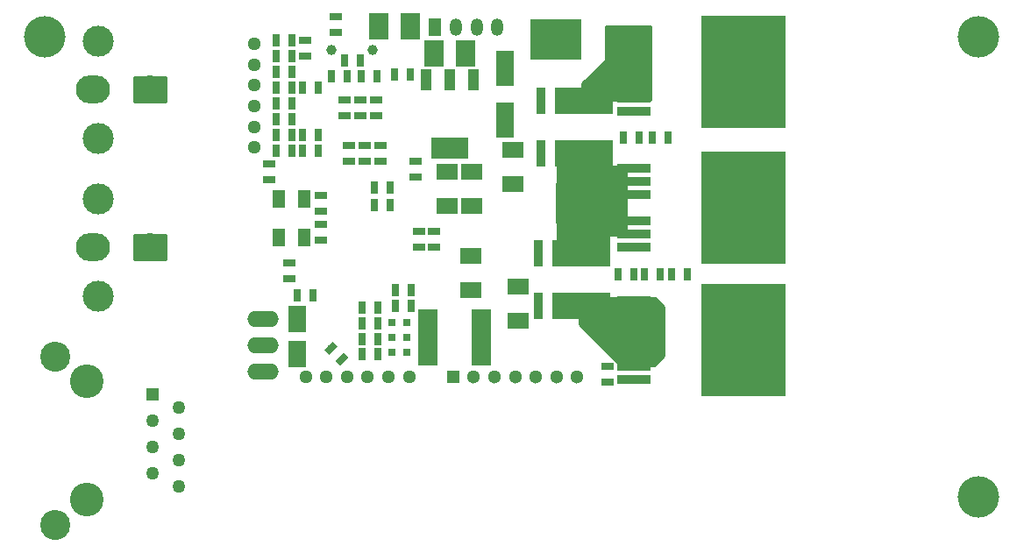
<source format=gbs>
G04 #@! TF.GenerationSoftware,KiCad,Pcbnew,(5.1.0)-1*
G04 #@! TF.CreationDate,2020-02-16T21:22:29+11:00*
G04 #@! TF.ProjectId,BLDC_4,424c4443-5f34-42e6-9b69-6361645f7063,A*
G04 #@! TF.SameCoordinates,Original*
G04 #@! TF.FileFunction,Soldermask,Bot*
G04 #@! TF.FilePolarity,Negative*
%FSLAX46Y46*%
G04 Gerber Fmt 4.6, Leading zero omitted, Abs format (unit mm)*
G04 Created by KiCad (PCBNEW (5.1.0)-1) date 2020-02-16 21:22:29*
%MOMM*%
%LPD*%
G04 APERTURE LIST*
%ADD10C,4.000000*%
%ADD11C,3.250000*%
%ADD12C,2.895000*%
%ADD13C,1.268000*%
%ADD14R,1.268000X1.268000*%
%ADD15R,1.800860X3.500120*%
%ADD16C,1.300480*%
%ADD17O,1.198880X1.699260*%
%ADD18R,1.198880X1.699260*%
%ADD19R,0.889000X2.540000*%
%ADD20R,5.588000X2.540000*%
%ADD21R,1.699260X2.540000*%
%ADD22R,1.198880X1.800860*%
%ADD23O,3.048000X1.524000*%
%ADD24R,1.950720X2.499360*%
%ADD25R,1.849120X5.499100*%
%ADD26R,0.797560X0.797560*%
%ADD27R,5.000000X4.000000*%
%ADD28R,3.200400X0.899160*%
%ADD29R,8.150860X10.800080*%
%ADD30R,2.032000X1.524000*%
%ADD31R,0.635000X1.143000*%
%ADD32R,1.143000X0.635000*%
%ADD33R,1.016000X2.032000*%
%ADD34R,3.657600X2.032000*%
%ADD35C,1.000000*%
%ADD36R,1.300000X1.300000*%
%ADD37C,1.300000*%
%ADD38C,0.635000*%
%ADD39C,0.150000*%
%ADD40C,3.000000*%
%ADD41O,3.300000X2.700000*%
%ADD42C,2.700000*%
%ADD43C,0.254000*%
G04 APERTURE END LIST*
D10*
X111760000Y-88900000D03*
X111760000Y-44450000D03*
X21590000Y-44450000D03*
D11*
X25644999Y-77720001D03*
X25644999Y-89150001D03*
D12*
X22594999Y-75310001D03*
X22594999Y-91560001D03*
D13*
X34534999Y-87880001D03*
X31994999Y-86610001D03*
X34534999Y-85340001D03*
X31994999Y-84070001D03*
X34534999Y-82800001D03*
X31994999Y-81530001D03*
X34534999Y-80260001D03*
D14*
X31994999Y-78990001D03*
D15*
X65970000Y-47495640D03*
X65970000Y-52494360D03*
D16*
X41800000Y-45098740D03*
X41800000Y-47100260D03*
X41800000Y-55101260D03*
X41800000Y-53099740D03*
X41800000Y-51100760D03*
X41800000Y-49099240D03*
D17*
X65273740Y-43450000D03*
X61273240Y-43450000D03*
X63274760Y-43450000D03*
D18*
X59271720Y-43450000D03*
D16*
X52746760Y-77300000D03*
X50745240Y-77300000D03*
X48746260Y-77300000D03*
X46744740Y-77300000D03*
X54745740Y-77300000D03*
X56747260Y-77300000D03*
D19*
X69208500Y-70442000D03*
X69208500Y-65362000D03*
D20*
X73336000Y-70442000D03*
X73336000Y-65362000D03*
D19*
X69462500Y-55710000D03*
X69462500Y-50630000D03*
D20*
X73590000Y-55710000D03*
X73590000Y-50630000D03*
D21*
X45904000Y-75092740D03*
X45904000Y-71633260D03*
D22*
X44146320Y-63832920D03*
X46645680Y-63832920D03*
X46645680Y-60033080D03*
X44146320Y-60033080D03*
D23*
X42602000Y-76792000D03*
X42602000Y-74252000D03*
X42602000Y-71712000D03*
D24*
X56826000Y-43391000D03*
X53778000Y-43391000D03*
X59176000Y-46000000D03*
X62224000Y-46000000D03*
D25*
X63719560Y-73490000D03*
X58568440Y-73490000D03*
D26*
X56559300Y-74887000D03*
X55060700Y-74887000D03*
X56549300Y-73450000D03*
X55050700Y-73450000D03*
X56549300Y-72050000D03*
X55050700Y-72050000D03*
D27*
X70923000Y-44661000D03*
X73336000Y-60536000D03*
D28*
X78413460Y-69934000D03*
X78413460Y-71204000D03*
X78413460Y-72474000D03*
X78413460Y-75014000D03*
X78413460Y-76284000D03*
X78413460Y-77554000D03*
D29*
X89015420Y-73744000D03*
D28*
X78413460Y-57107000D03*
X78413460Y-58377000D03*
X78413460Y-59647000D03*
X78413460Y-62187000D03*
X78413460Y-63457000D03*
X78413460Y-64727000D03*
D29*
X89015420Y-60917000D03*
D28*
X78413460Y-44026000D03*
X78413460Y-45296000D03*
X78413460Y-46566000D03*
X78413460Y-49106000D03*
X78413460Y-50376000D03*
X78413460Y-51646000D03*
D29*
X89015420Y-47836000D03*
D30*
X62700000Y-68851000D03*
X62700000Y-65549000D03*
X67240000Y-71839000D03*
X67240000Y-68537000D03*
X66732000Y-58631000D03*
X66732000Y-55329000D03*
X62795000Y-60790000D03*
X62795000Y-57488000D03*
X60382000Y-60790000D03*
X60382000Y-57488000D03*
D31*
X52138000Y-48200000D03*
X53662000Y-48200000D03*
X50762000Y-48200000D03*
X49238000Y-48200000D03*
X45904000Y-69426000D03*
X47428000Y-69426000D03*
D32*
X49700000Y-42488000D03*
X49700000Y-44012000D03*
D31*
X45396000Y-46312000D03*
X43872000Y-46312000D03*
X45396000Y-49360000D03*
X43872000Y-49360000D03*
X45396000Y-52408000D03*
X43872000Y-52408000D03*
X45396000Y-55456000D03*
X43872000Y-55456000D03*
X45396000Y-53932000D03*
X43872000Y-53932000D03*
X45396000Y-50884000D03*
X43872000Y-50884000D03*
X45396000Y-47836000D03*
X43872000Y-47836000D03*
D32*
X57334000Y-57996000D03*
X57334000Y-56472000D03*
D31*
X52238000Y-72100000D03*
X53762000Y-72100000D03*
D32*
X50476000Y-52027000D03*
X50476000Y-50503000D03*
X50950000Y-54938000D03*
X50950000Y-56462000D03*
X52000000Y-52027000D03*
X52000000Y-50503000D03*
X52450000Y-54938000D03*
X52450000Y-56462000D03*
X75876000Y-76284000D03*
X75876000Y-77808000D03*
D31*
X83623000Y-67394000D03*
X82099000Y-67394000D03*
D32*
X53550000Y-52012000D03*
X53550000Y-50488000D03*
X53950000Y-54938000D03*
X53950000Y-56462000D03*
D31*
X76892000Y-67394000D03*
X78416000Y-67394000D03*
X79432000Y-67394000D03*
X80956000Y-67394000D03*
X52238000Y-75100000D03*
X53762000Y-75100000D03*
X52238000Y-73600000D03*
X53762000Y-73600000D03*
X77400000Y-54186000D03*
X78924000Y-54186000D03*
X80194000Y-54186000D03*
X81718000Y-54186000D03*
D32*
X46666000Y-44788000D03*
X46666000Y-46312000D03*
D33*
X58350000Y-48598000D03*
X62922000Y-48598000D03*
X60636000Y-48598000D03*
D34*
X60636000Y-55202000D03*
D35*
X49200000Y-45700000D03*
X53200000Y-45700000D03*
D36*
X60981440Y-77300000D03*
D37*
X64984480Y-77300000D03*
X62982960Y-77300000D03*
X66983460Y-77300000D03*
X68984980Y-77300000D03*
X70986500Y-77300000D03*
X72985480Y-77300000D03*
D32*
X59112000Y-64727000D03*
X59112000Y-63203000D03*
D31*
X56953000Y-70442000D03*
X55429000Y-70442000D03*
D32*
X48190000Y-62568000D03*
X48190000Y-64092000D03*
X43237000Y-56726000D03*
X43237000Y-58250000D03*
X45142000Y-67775000D03*
X45142000Y-66251000D03*
D31*
X56826000Y-48090000D03*
X55302000Y-48090000D03*
X56953000Y-68918000D03*
X55429000Y-68918000D03*
D32*
X57715000Y-64727000D03*
X57715000Y-63203000D03*
D31*
X54921000Y-60663000D03*
X53397000Y-60663000D03*
X53762000Y-70600000D03*
X52238000Y-70600000D03*
D32*
X48190000Y-61298000D03*
X48190000Y-59774000D03*
D31*
X53397000Y-59012000D03*
X54921000Y-59012000D03*
X47962000Y-49350000D03*
X46438000Y-49350000D03*
X47962000Y-53900000D03*
X46438000Y-53900000D03*
X47936000Y-55456000D03*
X46412000Y-55456000D03*
X43872000Y-44788000D03*
X45396000Y-44788000D03*
D38*
X49175185Y-74475185D03*
D39*
G36*
X49803803Y-74295580D02*
G01*
X48995580Y-75103803D01*
X48546567Y-74654790D01*
X49354790Y-73846567D01*
X49803803Y-74295580D01*
X49803803Y-74295580D01*
G37*
D38*
X50252815Y-75552815D03*
D39*
G36*
X50881433Y-75373210D02*
G01*
X50073210Y-76181433D01*
X49624197Y-75732420D01*
X50432420Y-74924197D01*
X50881433Y-75373210D01*
X50881433Y-75373210D01*
G37*
D31*
X50476000Y-46693000D03*
X52000000Y-46693000D03*
D40*
X26710000Y-69470000D03*
X26710000Y-60070000D03*
D41*
X26250000Y-64770000D03*
D39*
G36*
X33174503Y-63421204D02*
G01*
X33198772Y-63424804D01*
X33222570Y-63430765D01*
X33245670Y-63439030D01*
X33267849Y-63449520D01*
X33288892Y-63462133D01*
X33308598Y-63476748D01*
X33326776Y-63493224D01*
X33343252Y-63511402D01*
X33357867Y-63531108D01*
X33370480Y-63552151D01*
X33380970Y-63574330D01*
X33389235Y-63597430D01*
X33395196Y-63621228D01*
X33398796Y-63645497D01*
X33400000Y-63670001D01*
X33400000Y-65869999D01*
X33398796Y-65894503D01*
X33395196Y-65918772D01*
X33389235Y-65942570D01*
X33380970Y-65965670D01*
X33370480Y-65987849D01*
X33357867Y-66008892D01*
X33343252Y-66028598D01*
X33326776Y-66046776D01*
X33308598Y-66063252D01*
X33288892Y-66077867D01*
X33267849Y-66090480D01*
X33245670Y-66100970D01*
X33222570Y-66109235D01*
X33198772Y-66115196D01*
X33174503Y-66118796D01*
X33149999Y-66120000D01*
X30350001Y-66120000D01*
X30325497Y-66118796D01*
X30301228Y-66115196D01*
X30277430Y-66109235D01*
X30254330Y-66100970D01*
X30232151Y-66090480D01*
X30211108Y-66077867D01*
X30191402Y-66063252D01*
X30173224Y-66046776D01*
X30156748Y-66028598D01*
X30142133Y-66008892D01*
X30129520Y-65987849D01*
X30119030Y-65965670D01*
X30110765Y-65942570D01*
X30104804Y-65918772D01*
X30101204Y-65894503D01*
X30100000Y-65869999D01*
X30100000Y-63670001D01*
X30101204Y-63645497D01*
X30104804Y-63621228D01*
X30110765Y-63597430D01*
X30119030Y-63574330D01*
X30129520Y-63552151D01*
X30142133Y-63531108D01*
X30156748Y-63511402D01*
X30173224Y-63493224D01*
X30191402Y-63476748D01*
X30211108Y-63462133D01*
X30232151Y-63449520D01*
X30254330Y-63439030D01*
X30277430Y-63430765D01*
X30301228Y-63424804D01*
X30325497Y-63421204D01*
X30350001Y-63420000D01*
X33149999Y-63420000D01*
X33174503Y-63421204D01*
X33174503Y-63421204D01*
G37*
D42*
X31750000Y-64770000D03*
D39*
G36*
X33174503Y-48181204D02*
G01*
X33198772Y-48184804D01*
X33222570Y-48190765D01*
X33245670Y-48199030D01*
X33267849Y-48209520D01*
X33288892Y-48222133D01*
X33308598Y-48236748D01*
X33326776Y-48253224D01*
X33343252Y-48271402D01*
X33357867Y-48291108D01*
X33370480Y-48312151D01*
X33380970Y-48334330D01*
X33389235Y-48357430D01*
X33395196Y-48381228D01*
X33398796Y-48405497D01*
X33400000Y-48430001D01*
X33400000Y-50629999D01*
X33398796Y-50654503D01*
X33395196Y-50678772D01*
X33389235Y-50702570D01*
X33380970Y-50725670D01*
X33370480Y-50747849D01*
X33357867Y-50768892D01*
X33343252Y-50788598D01*
X33326776Y-50806776D01*
X33308598Y-50823252D01*
X33288892Y-50837867D01*
X33267849Y-50850480D01*
X33245670Y-50860970D01*
X33222570Y-50869235D01*
X33198772Y-50875196D01*
X33174503Y-50878796D01*
X33149999Y-50880000D01*
X30350001Y-50880000D01*
X30325497Y-50878796D01*
X30301228Y-50875196D01*
X30277430Y-50869235D01*
X30254330Y-50860970D01*
X30232151Y-50850480D01*
X30211108Y-50837867D01*
X30191402Y-50823252D01*
X30173224Y-50806776D01*
X30156748Y-50788598D01*
X30142133Y-50768892D01*
X30129520Y-50747849D01*
X30119030Y-50725670D01*
X30110765Y-50702570D01*
X30104804Y-50678772D01*
X30101204Y-50654503D01*
X30100000Y-50629999D01*
X30100000Y-48430001D01*
X30101204Y-48405497D01*
X30104804Y-48381228D01*
X30110765Y-48357430D01*
X30119030Y-48334330D01*
X30129520Y-48312151D01*
X30142133Y-48291108D01*
X30156748Y-48271402D01*
X30173224Y-48253224D01*
X30191402Y-48236748D01*
X30211108Y-48222133D01*
X30232151Y-48209520D01*
X30254330Y-48199030D01*
X30277430Y-48190765D01*
X30301228Y-48184804D01*
X30325497Y-48181204D01*
X30350001Y-48180000D01*
X33149999Y-48180000D01*
X33174503Y-48181204D01*
X33174503Y-48181204D01*
G37*
D42*
X31750000Y-49530000D03*
D41*
X26250000Y-49530000D03*
D40*
X26710000Y-44830000D03*
X26710000Y-54230000D03*
D43*
G36*
X80067000Y-50503000D02*
G01*
X73463000Y-50503000D01*
X73463000Y-48904606D01*
X75711803Y-46655803D01*
X75727597Y-46636557D01*
X75739333Y-46614601D01*
X75746560Y-46590776D01*
X75749000Y-46566000D01*
X75749000Y-43391000D01*
X80067000Y-43391000D01*
X80067000Y-50503000D01*
X80067000Y-50503000D01*
G37*
X80067000Y-50503000D02*
X73463000Y-50503000D01*
X73463000Y-48904606D01*
X75711803Y-46655803D01*
X75727597Y-46636557D01*
X75739333Y-46614601D01*
X75746560Y-46590776D01*
X75749000Y-46566000D01*
X75749000Y-43391000D01*
X80067000Y-43391000D01*
X80067000Y-50503000D01*
G36*
X81337000Y-70494606D02*
G01*
X81337000Y-75215394D01*
X80395394Y-76157000D01*
X77198606Y-76157000D01*
X73209000Y-72167394D01*
X73209000Y-69680000D01*
X80522394Y-69680000D01*
X81337000Y-70494606D01*
X81337000Y-70494606D01*
G37*
X81337000Y-70494606D02*
X81337000Y-75215394D01*
X80395394Y-76157000D01*
X77198606Y-76157000D01*
X73209000Y-72167394D01*
X73209000Y-69680000D01*
X80522394Y-69680000D01*
X81337000Y-70494606D01*
G36*
X77654000Y-63584000D02*
G01*
X76130000Y-63584000D01*
X76105224Y-63586440D01*
X76081399Y-63593667D01*
X76059443Y-63605403D01*
X76040197Y-63621197D01*
X76024403Y-63640443D01*
X76012667Y-63662399D01*
X76005440Y-63686224D01*
X76003000Y-63711000D01*
X76003000Y-64092000D01*
X71050000Y-64092000D01*
X71050000Y-56980000D01*
X77654000Y-56980000D01*
X77654000Y-63584000D01*
X77654000Y-63584000D01*
G37*
X77654000Y-63584000D02*
X76130000Y-63584000D01*
X76105224Y-63586440D01*
X76081399Y-63593667D01*
X76059443Y-63605403D01*
X76040197Y-63621197D01*
X76024403Y-63640443D01*
X76012667Y-63662399D01*
X76005440Y-63686224D01*
X76003000Y-63711000D01*
X76003000Y-64092000D01*
X71050000Y-64092000D01*
X71050000Y-56980000D01*
X77654000Y-56980000D01*
X77654000Y-63584000D01*
M02*

</source>
